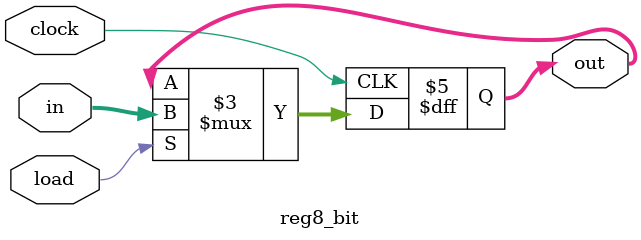
<source format=v>
module reg8_bit(clock, load, in, out);

	input clock, load;
	input [7:0] in;
	output reg [7:0] out;
	
	always @(posedge clock)
	begin
		if (load == 1'b1)
			out <= in;
	end
		
endmodule

</source>
